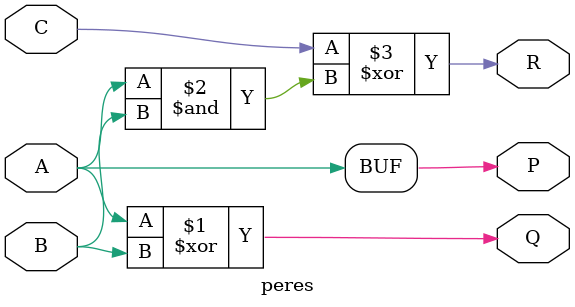
<source format=v>
`timescale 1ns / 1ps

module peres(
    input A,
    input B,
    input C,
    output P,
    output Q,
    output R
);

assign P = A;
assign Q = A ^ B;
assign R = C ^ (A & B);

endmodule
</source>
